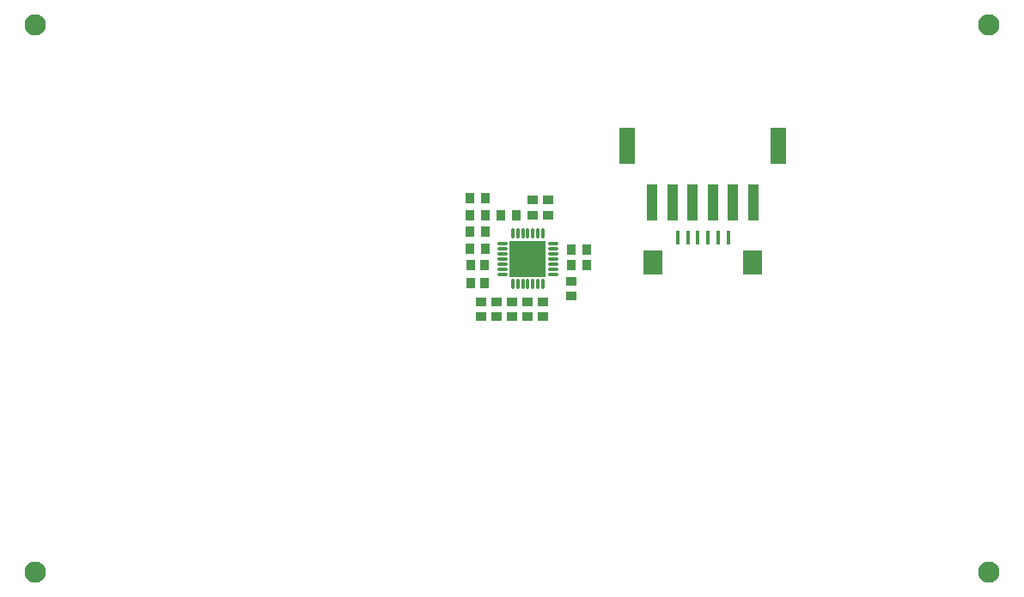
<source format=gbs>
G04 Layer: BottomSolderMaskLayer*
G04 EasyEDA Pro v2.2.36.5, 2025-02-22 11:45:42*
G04 Gerber Generator version 0.3*
G04 Scale: 100 percent, Rotated: No, Reflected: No*
G04 Dimensions in millimeters*
G04 Leading zeros omitted, absolute positions, 4 integers and 5 decimals*
%FSLAX45Y45*%
%MOMM*%
%AMRoundRect*1,1,$1,$2,$3*1,1,$1,$4,$5*1,1,$1,0-$2,0-$3*1,1,$1,0-$4,0-$5*20,1,$1,$2,$3,$4,$5,0*20,1,$1,$4,$5,0-$2,0-$3,0*20,1,$1,0-$2,0-$3,0-$4,0-$5,0*20,1,$1,0-$4,0-$5,$2,$3,0*4,1,4,$2,$3,$4,$5,0-$2,0-$3,0-$4,0-$5,$2,$3,0*%
%ADD10RoundRect,0.08136X0.16032X-0.63533X-0.16032X-0.63533*%
%ADD11RoundRect,0.09681X-0.90259X-1.10259X-0.90259X1.10259*%
%ADD12RoundRect,0.09412X-0.75294X1.70294X0.75294X1.70294*%
%ADD13RoundRect,0.09167X-0.50417X1.75416X0.50417X1.75416*%
%ADD14RoundRect,0.09138X-0.40835X0.43712X0.40835X0.43712*%
%ADD15RoundRect,0.09138X-0.43712X-0.40835X-0.43712X0.40835*%
%ADD16RoundRect,0.09138X0.40835X-0.43712X-0.40835X-0.43712*%
%ADD17RoundRect,0.09881X-1.75139X-1.75139X-1.75139X1.75139*%
%ADD18O,1.0016X0.38161*%
%ADD19O,0.38161X1.0016*%
%ADD20RoundRect,0.09164X0.45518X0.40518X0.45518X-0.40518*%
%ADD21RoundRect,0.09164X-0.40518X0.45518X0.40518X0.45518*%
%ADD22C,2.102*%
G75*


G04 Pad Start*
G54D10*
G01X7133387Y3604806D03*
G01X7033387Y3604806D03*
G01X6933387Y3604806D03*
G01X6833387Y3604806D03*
G01X6733388Y3604806D03*
G01X6633388Y3604806D03*
G54D11*
G01X6393409Y3354794D03*
G01X7373391Y3354946D03*
G54D12*
G01X6137002Y4506598D03*
G54D13*
G01X7380001Y3951608D03*
G01X7180002Y3951608D03*
G01X6980002Y3951608D03*
G01X6780003Y3951608D03*
G01X6580003Y3951608D03*
G01X6380003Y3951608D03*
G54D12*
G01X7623003Y4506598D03*
G54D14*
G01X5739536Y3479800D03*
G01X5588864Y3479800D03*
G54D15*
G01X5207000Y3974236D03*
G01X5207000Y3823564D03*
G01X5359400Y3974236D03*
G01X5359400Y3823564D03*
G54D16*
G01X4585564Y3492500D03*
G01X4736236Y3492500D03*
G54D17*
G01X5157230Y3390914D03*
G54D18*
G01X5407217Y3240800D03*
G01X5407217Y3290838D03*
G01X5407217Y3340876D03*
G01X5407217Y3390914D03*
G01X5407217Y3440952D03*
G01X5407217Y3490990D03*
G01X5407217Y3541028D03*
G54D19*
G01X5307344Y3640926D03*
G01X5257306Y3640926D03*
G01X5207268Y3640926D03*
G01X5157230Y3640926D03*
G01X5107192Y3640926D03*
G01X5057154Y3640926D03*
G01X5007116Y3640926D03*
G54D18*
G01X4907218Y3541028D03*
G01X4907218Y3490990D03*
G01X4907218Y3440952D03*
G01X4907218Y3390914D03*
G01X4907218Y3340876D03*
G01X4907218Y3290838D03*
G01X4907218Y3240800D03*
G54D19*
G01X5007116Y3140927D03*
G01X5057154Y3140927D03*
G01X5107192Y3140927D03*
G01X5157230Y3140927D03*
G01X5207268Y3140927D03*
G01X5257306Y3140927D03*
G01X5307344Y3140927D03*
G54D20*
G01X5588000Y3028798D03*
G01X5588000Y3168802D03*
G54D21*
G01X4730902Y3327400D03*
G01X4590898Y3327400D03*
G01X4730902Y3149600D03*
G01X4590898Y3149600D03*
G54D16*
G01X4585564Y3657600D03*
G01X4736236Y3657600D03*
G54D14*
G01X4736236Y3822700D03*
G01X4585564Y3822700D03*
G01X5041036Y3822700D03*
G01X4890364Y3822700D03*
G01X4736236Y3987800D03*
G01X4585564Y3987800D03*
G54D15*
G01X5308600Y2970936D03*
G01X5308600Y2820264D03*
G01X5156200Y2970936D03*
G01X5156200Y2820264D03*
G01X5003800Y2970936D03*
G01X5003800Y2820264D03*
G01X4851400Y2970936D03*
G01X4851400Y2820264D03*
G01X4699000Y2970936D03*
G01X4699000Y2820264D03*
G54D16*
G01X5588864Y3327400D03*
G01X5739536Y3327400D03*
G54D22*
G01X300000Y5700000D03*
G01X9700000Y5700000D03*
G01X9700000Y300000D03*
G01X300000Y300000D03*
G04 Pad End*

M02*


</source>
